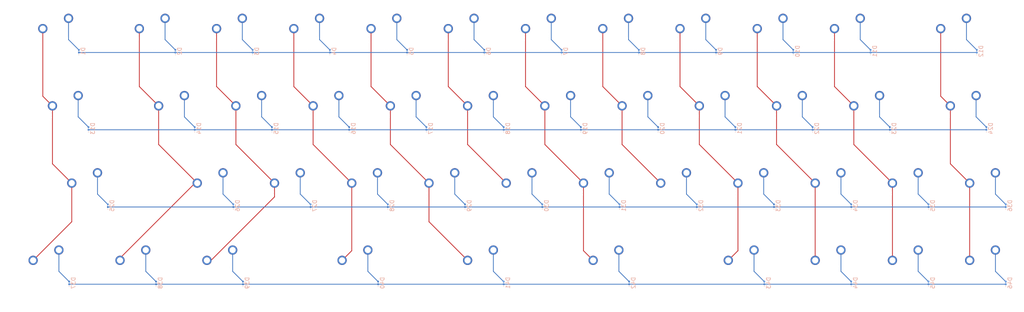
<source format=kicad_pcb>
(kicad_pcb (version 20241229) (generator "pcbnew") (generator_version "9.0")
  (layers (0 "F.Cu" signal) (2 "B.Cu" signal) (13 "F.Paste" user) (15 "B.Paste" user) (5 "F.SilkS" user "F.Silkscreen") (7 "B.SilkS" user "B.Silkscreen") (1 "F.Mask" user) (3 "B.Mask" user) (25 "Edge.Cuts" user))
  (net 0 "")
  (net 1 "Net-(D1-A)")
  (net 2 "ROW0")
  (net 3 "Net-(D2-A)")
  (net 4 "Net-(D3-A)")
  (net 5 "Net-(D4-A)")
  (net 6 "Net-(D5-A)")
  (net 7 "Net-(D6-A)")
  (net 8 "Net-(D7-A)")
  (net 9 "Net-(D8-A)")
  (net 10 "Net-(D9-A)")
  (net 11 "Net-(D10-A)")
  (net 12 "Net-(D11-A)")
  (net 13 "Net-(D12-A)")
  (net 14 "ROW1")
  (net 15 "Net-(D13-A)")
  (net 16 "Net-(D14-A)")
  (net 17 "Net-(D15-A)")
  (net 18 "Net-(D16-A)")
  (net 19 "Net-(D17-A)")
  (net 20 "Net-(D18-A)")
  (net 21 "Net-(D19-A)")
  (net 22 "Net-(D20-A)")
  (net 23 "Net-(D21-A)")
  (net 24 "Net-(D22-A)")
  (net 25 "Net-(D23-A)")
  (net 26 "ROW2")
  (net 27 "Net-(D24-A)")
  (net 28 "Net-(D25-A)")
  (net 29 "Net-(D26-A)")
  (net 30 "Net-(D27-A)")
  (net 31 "Net-(D28-A)")
  (net 32 "Net-(D29-A)")
  (net 33 "Net-(D30-A)")
  (net 34 "Net-(D31-A)")
  (net 35 "Net-(D32-A)")
  (net 36 "Net-(D33-A)")
  (net 37 "Net-(D34-A)")
  (net 38 "Net-(D35-A)")
  (net 39 "Net-(D36-A)")
  (net 40 "ROW3")
  (net 41 "Net-(D37-A)")
  (net 42 "Net-(D38-A)")
  (net 43 "Net-(D39-A)")
  (net 44 "Net-(D40-A)")
  (net 45 "Net-(D41-A)")
  (net 46 "Net-(D42-A)")
  (net 47 "Net-(D43-A)")
  (net 48 "Net-(D44-A)")
  (net 49 "Net-(D45-A)")
  (net 50 "Col0")
  (net 51 "COL1")
  (net 52 "COL2")
  (net 53 "COL3")
  (net 54 "COL4")
  (net 55 "COL5")
  (net 56 "COL6")
  (net 57 "COL7")
  (net 58 "COL8")
  (net 59 "COL9")
  (net 60 "COL10")
  (net 61 "COL11")
  (net 62 "Net-(D46-A)")
  (footprint "MX_Solderable:MX-Solderable-1.5U" (layer "F.Cu") (at 261.9375 57.15)
    (property "Reference" "SW24")
    (property "Value" "SW_Push")
  )
  (footprint "MX_Solderable:MX-Solderable-1U" (layer "F.Cu") (at 228.6 76.2)
    (property "Reference" "SW34")
    (property "Value" "SW_Push")
  )
  (footprint "MX_Solderable:MX-Solderable-1U" (layer "F.Cu") (at 219.075 57.15)
    (property "Reference" "SW22")
    (property "Value" "SW_Push")
  )
  (footprint "MX_Solderable:MX-Solderable-1.75U" (layer "F.Cu") (at 259.55625 38.1)
    (property "Reference" "SW12")
    (property "Value" "SW_Push")
  )
  (footprint "MX_Solderable:MX-Solderable-2.25U" (layer "F.Cu") (at 45.24375 76.2)
    (property "Reference" "SW25")
    (property "Value" "SW_Push")
  )
  (footprint "MX_Solderable:MX-Solderable-1.75U" (layer "F.Cu") (at 40.48125 57.15)
    (property "Reference" "SW13")
    (property "Value" "SW_Push")
  )
  (footprint "MX_Solderable:MX-Solderable-1U" (layer "F.Cu") (at 142.875 95.25)
    (property "Reference" "SW41")
    (property "Value" "SW_Push")
  )
  (footprint "MX_Solderable:MX-Solderable-1U" (layer "F.Cu") (at 200.025 57.15)
    (property "Reference" "SW21")
    (property "Value" "SW_Push")
  )
  (footprint "MX_Solderable:MX-Solderable-1U" (layer "F.Cu") (at 95.25 76.2)
    (property "Reference" "SW27")
    (property "Value" "SW_Push")
  )
  (footprint "MX_Solderable:MX-Solderable-1U" (layer "F.Cu") (at 171.45 76.2)
    (property "Reference" "SW31")
    (property "Value" "SW_Push")
  )
  (footprint "MX_Solderable:MX-Solderable-1U" (layer "F.Cu") (at 233.3625 38.1)
    (property "Reference" "SW11")
    (property "Value" "SW_Push")
  )
  (footprint "MX_Solderable:MX-Solderable-1U" (layer "F.Cu") (at 228.6 95.25)
    (property "Reference" "SW44")
    (property "Value" "SW_Push")
  )
  (footprint "MX_Solderable:MX-Solderable-1U" (layer "F.Cu") (at 123.825 57.15)
    (property "Reference" "SW17")
    (property "Value" "SW_Push")
  )
  (footprint "MX_Solderable:MX-Solderable-1U" (layer "F.Cu") (at 66.675 57.15)
    (property "Reference" "SW14")
    (property "Value" "SW_Push")
  )
  (footprint "MX_Solderable:MX-Solderable-1U" (layer "F.Cu") (at 247.65 76.2)
    (property "Reference" "SW35")
    (property "Value" "SW_Push")
  )
  (footprint "MX_Solderable:MX-Solderable-1.25U" (layer "F.Cu") (at 207.16875 95.25)
    (property "Reference" "SW43")
    (property "Value" "SW_Push")
  )
  (footprint "MX_Solderable:MX-Solderable-1U" (layer "F.Cu") (at 57.15 95.25)
    (property "Reference" "SW38")
    (property "Value" "SW_Push")
  )
  (footprint "MX_Solderable:MX-Solderable-1U" (layer "F.Cu") (at 80.9625 38.1)
    (property "Reference" "SW3")
    (property "Value" "SW_Push")
  )
  (footprint "MX_Solderable:MX-Solderable-1.25U" (layer "F.Cu") (at 78.58125 95.25)
    (property "Reference" "SW39")
    (property "Value" "SW_Push")
  )
  (footprint "MX_Solderable:MX-Solderable-1U" (layer "F.Cu") (at 180.975 57.15)
    (property "Reference" "SW20")
    (property "Value" "SW_Push")
  )
  (footprint "MX_Solderable:MX-Solderable-1U" (layer "F.Cu") (at 161.925 57.15)
    (property "Reference" "SW19")
    (property "Value" "SW_Push")
  )
  (footprint "MX_Solderable:MX-Solderable-1U" (layer "F.Cu") (at 195.2625 38.1)
    (property "Reference" "SW9")
    (property "Value" "SW_Push")
  )
  (footprint "MX_Solderable:MX-Solderable-2.25U" (layer "F.Cu") (at 111.91875 95.25)
    (property "Reference" "SW40")
    (property "Value" "SW_Push")
  )
  (footprint "MX_Solderable:MX-Solderable-2.25U" (layer "F.Cu") (at 173.83125 95.25)
    (property "Reference" "SW42")
    (property "Value" "SW_Push")
  )
  (footprint "MX_Solderable:MX-Solderable-1U" (layer "F.Cu") (at 238.125 57.15)
    (property "Reference" "SW23")
    (property "Value" "SW_Push")
  )
  (footprint "MX_Solderable:MX-Solderable-1U" (layer "F.Cu") (at 266.7 95.25)
    (property "Reference" "SW46")
    (property "Value" "SW_Push")
  )
  (footprint "MX_Solderable:MX-Solderable-1U" (layer "F.Cu") (at 85.725 57.15)
    (property "Reference" "SW15")
    (property "Value" "SW_Push")
  )
  (footprint "MX_Solderable:MX-Solderable-1U" (layer "F.Cu") (at 119.0625 38.1)
    (property "Reference" "SW5")
    (property "Value" "SW_Push")
  )
  (footprint "MX_Solderable:MX-Solderable-1U" (layer "F.Cu") (at 209.55 76.2)
    (property "Reference" "SW33")
    (property "Value" "SW_Push")
  )
  (footprint "MX_Solderable:MX-Solderable-1U" (layer "F.Cu") (at 157.1625 38.1)
    (property "Reference" "SW7")
    (property "Value" "SW_Push")
  )
  (footprint "MX_Solderable:MX-Solderable-1U" (layer "F.Cu") (at 133.35 76.2)
    (property "Reference" "SW29")
    (property "Value" "SW_Push")
  )
  (footprint "MX_Solderable:MX-Solderable-1U" (layer "F.Cu") (at 100.0125 38.1)
    (property "Reference" "SW4")
    (property "Value" "SW_Push")
  )
  (footprint "MX_Solderable:MX-Solderable-1U" (layer "F.Cu") (at 142.875 57.15)
    (property "Reference" "SW18")
    (property "Value" "SW_Push")
  )
  (footprint "MX_Solderable:MX-Solderable-1U" (layer "F.Cu") (at 214.3125 38.1)
    (property "Reference" "SW10")
    (property "Value" "SW_Push")
  )
  (footprint "MX_Solderable:MX-Solderable-1U" (layer "F.Cu") (at 190.5 76.2)
    (property "Reference" "SW32")
    (property "Value" "SW_Push")
  )
  (footprint "MX_Solderable:MX-Solderable-1.25U" (layer "F.Cu") (at 35.71875 95.25)
    (property "Reference" "SW37")
    (property "Value" "SW_Push")
  )
  (footprint "MX_Solderable:MX-Solderable-1U" (layer "F.Cu") (at 114.3 76.2)
    (property "Reference" "SW28")
    (property "Value" "SW_Push")
  )
  (footprint "MX_Solderable:MX-Solderable-1U" (layer "F.Cu") (at 104.775 57.15)
    (property "Reference" "SW16")
    (property "Value" "SW_Push")
  )
  (footprint "MX_Solderable:MX-Solderable-1U" (layer "F.Cu") (at 138.1125 38.1)
    (property "Reference" "SW6")
    (property "Value" "SW_Push")
  )
  (footprint "MX_Solderable:MX-Solderable-1U" (layer "F.Cu") (at 61.9125 38.1)
    (property "Reference" "SW2")
    (property "Value" "SW_Push")
  )
  (footprint "MX_Solderable:MX-Solderable-1.5U" (layer "F.Cu") (at 38.1 38.1)
    (property "Reference" "SW1")
    (property "Value" "SW_Push")
  )
  (footprint "MX_Solderable:MX-Solderable-1U" (layer "F.Cu") (at 247.65 95.25)
    (property "Reference" "SW45")
    (property "Value" "SW_Push")
  )
  (footprint "MX_Solderable:MX-Solderable-1U" (layer "F.Cu") (at 176.2125 38.1)
    (property "Reference" "SW8")
    (property "Value" "SW_Push")
  )
  (footprint "MX_Solderable:MX-Solderable-1U" (layer "F.Cu") (at 152.4 76.2)
    (property "Reference" "SW30")
    (property "Value" "SW_Push")
  )
  (footprint "MX_Solderable:MX-Solderable-1U" (layer "F.Cu") (at 76.2 76.2)
    (property "Reference" "SW26")
    (property "Value" "SW_Push")
  )
  (footprint "MX_Solderable:MX-Solderable-1U" (layer "F.Cu") (at 266.7 76.2)
    (property "Reference" "SW36")
    (property "Value" "SW_Push")
  )
  (footprint "Diode_SMD:D_0201_0603Metric" (layer "B.Cu") (at 181.2925 41.13 90)
    (property "Reference" "D8")
    (property "Value" "D")
  )
  (footprint "Diode_SMD:D_0201_0603Metric" (layer "B.Cu") (at 50.32375 79.23 90)
    (property "Reference" "D25")
    (property "Value" "D")
  )
  (footprint "Diode_SMD:D_0201_0603Metric" (layer "B.Cu") (at 71.755 60.18 90)
    (property "Reference" "D14")
    (property "Value" "D")
  )
  (footprint "Diode_SMD:D_0201_0603Metric" (layer "B.Cu") (at 186.055 60.18 90)
    (property "Reference" "D20")
    (property "Value" "D")
  )
  (footprint "Diode_SMD:D_0201_0603Metric" (layer "B.Cu") (at 238.4425 41.13 90)
    (property "Reference" "D11")
    (property "Value" "D")
  )
  (footprint "Diode_SMD:D_0201_0603Metric" (layer "B.Cu") (at 90.805 60.18 90)
    (property "Reference" "D15")
    (property "Value" "D")
  )
  (footprint "Diode_SMD:D_0201_0603Metric" (layer "B.Cu") (at 81.28 79.23 90)
    (property "Reference" "D26")
    (property "Value" "D")
  )
  (footprint "Diode_SMD:D_0201_0603Metric" (layer "B.Cu") (at 243.205 60.18 90)
    (property "Reference" "D23")
    (property "Value" "D")
  )
  (footprint "Diode_SMD:D_0201_0603Metric" (layer "B.Cu") (at 45.56125 60.18 90)
    (property "Reference" "D13")
    (property "Value" "D")
  )
  (footprint "Diode_SMD:D_0201_0603Metric" (layer "B.Cu") (at 224.155 60.18 90)
    (property "Reference" "D22")
    (property "Value" "D")
  )
  (footprint "Diode_SMD:D_0201_0603Metric" (layer "B.Cu") (at 271.78 79.23 90)
    (property "Reference" "D36")
    (property "Value" "D")
  )
  (footprint "Diode_SMD:D_0201_0603Metric" (layer "B.Cu") (at 233.68 98.28 90)
    (property "Reference" "D44")
    (property "Value" "D")
  )
  (footprint "Diode_SMD:D_0201_0603Metric" (layer "B.Cu") (at 178.91125 98.28 90)
    (property "Reference" "D42")
    (property "Value" "D")
  )
  (footprint "Diode_SMD:D_0201_0603Metric" (layer "B.Cu") (at 119.38 79.23 90)
    (property "Reference" "D28")
    (property "Value" "D")
  )
  (footprint "Diode_SMD:D_0201_0603Metric" (layer "B.Cu") (at 157.48 79.23 90)
    (property "Reference" "D30")
    (property "Value" "D")
  )
  (footprint "Diode_SMD:D_0201_0603Metric" (layer "B.Cu") (at 83.66125 98.28 90)
    (property "Reference" "D39")
    (property "Value" "D")
  )
  (footprint "Diode_SMD:D_0201_0603Metric" (layer "B.Cu") (at 233.68 79.23 90)
    (property "Reference" "D34")
    (property "Value" "D")
  )
  (footprint "Diode_SMD:D_0201_0603Metric" (layer "B.Cu") (at 40.79875 98.28 90)
    (property "Reference" "D37")
    (property "Value" "D")
  )
  (footprint "Diode_SMD:D_0201_0603Metric" (layer "B.Cu") (at 162.2425 41.13 90)
    (property "Reference" "D7")
    (property "Value" "D")
  )
  (footprint "Diode_SMD:D_0201_0603Metric" (layer "B.Cu") (at 267.0175 60.18 90)
    (property "Reference" "D24")
    (property "Value" "D")
  )
  (footprint "Diode_SMD:D_0201_0603Metric" (layer "B.Cu") (at 167.005 60.18 90)
    (property "Reference" "D19")
    (property "Value" "D")
  )
  (footprint "Diode_SMD:D_0201_0603Metric" (layer "B.Cu") (at 252.73 79.23 90)
    (property "Reference" "D35")
    (property "Value" "D")
  )
  (footprint "Diode_SMD:D_0201_0603Metric" (layer "B.Cu") (at 176.53 79.23 90)
    (property "Reference" "D31")
    (property "Value" "D")
  )
  (footprint "Diode_SMD:D_0201_0603Metric" (layer "B.Cu") (at 105.0925 41.13 90)
    (property "Reference" "D4")
    (property "Value" "D")
  )
  (footprint "Diode_SMD:D_0201_0603Metric" (layer "B.Cu") (at 128.905 60.18 90)
    (property "Reference" "D17")
    (property "Value" "D")
  )
  (footprint "Diode_SMD:D_0201_0603Metric" (layer "B.Cu") (at 219.3925 41.13 90)
    (property "Reference" "D10")
    (property "Value" "D")
  )
  (footprint "Diode_SMD:D_0201_0603Metric" (layer "B.Cu") (at 109.855 60.18 90)
    (property "Reference" "D16")
    (property "Value" "D")
  )
  (footprint "Diode_SMD:D_0201_0603Metric" (layer "B.Cu") (at 252.73 98.28 90)
    (property "Reference" "D45")
    (property "Value" "D")
  )
  (footprint "Diode_SMD:D_0201_0603Metric" (layer "B.Cu") (at 116.99875 98.28 90)
    (property "Reference" "D40")
    (property "Value" "D")
  )
  (footprint "Diode_SMD:D_0201_0603Metric" (layer "B.Cu") (at 195.58 79.23 90)
    (property "Reference" "D32")
    (property "Value" "D")
  )
  (footprint "Diode_SMD:D_0201_0603Metric" (layer "B.Cu") (at 271.78 98.28 90)
    (property "Reference" "D46")
    (property "Value" "D")
  )
  (footprint "Diode_SMD:D_0201_0603Metric" (layer "B.Cu") (at 143.1925 41.13 90)
    (property "Reference" "D6")
    (property "Value" "D")
  )
  (footprint "Diode_SMD:D_0201_0603Metric" (layer "B.Cu") (at 100.33 79.23 90)
    (property "Reference" "D27")
    (property "Value" "D")
  )
  (footprint "Diode_SMD:D_0201_0603Metric" (layer "B.Cu") (at 138.43 79.23 90)
    (property "Reference" "D29")
    (property "Value" "D")
  )
  (footprint "Diode_SMD:D_0201_0603Metric" (layer "B.Cu") (at 124.1425 41.13 90)
    (property "Reference" "D5")
    (property "Value" "D")
  )
  (footprint "Diode_SMD:D_0201_0603Metric" (layer "B.Cu") (at 212.24875 98.28 90)
    (property "Reference" "D43")
    (property "Value" "D")
  )
  (footprint "Diode_SMD:D_0201_0603Metric" (layer "B.Cu") (at 147.955 60.18 90)
    (property "Reference" "D18")
    (property "Value" "D")
  )
  (footprint "Diode_SMD:D_0201_0603Metric" (layer "B.Cu") (at 66.9925 41.13 90)
    (property "Reference" "D2")
    (property "Value" "D")
  )
  (footprint "Diode_SMD:D_0201_0603Metric" (layer "B.Cu") (at 147.955 98.28 90)
    (property "Reference" "D41")
    (property "Value" "D")
  )
  (footprint "Diode_SMD:D_0201_0603Metric" (layer "B.Cu") (at 62.23 98.28 90)
    (property "Reference" "D38")
    (property "Value" "D")
  )
  (footprint "Diode_SMD:D_0201_0603Metric" (layer "B.Cu") (at 200.3425 41.13 90)
    (property "Reference" "D9")
    (property "Value" "D")
  )
  (footprint "Diode_SMD:D_0201_0603Metric" (layer "B.Cu") (at 214.63 79.23 90)
    (property "Reference" "D33")
    (property "Value" "D")
  )
  (footprint "Diode_SMD:D_0201_0603Metric" (layer "B.Cu") (at 264.63625 41.13 90)
    (property "Reference" "D12")
    (property "Value" "D")
  )
  (footprint "Diode_SMD:D_0201_0603Metric" (layer "B.Cu") (at 43.18 41.13 90)
    (property "Reference" "D1")
    (property "Value" "D")
  )
  (footprint "Diode_SMD:D_0201_0603Metric" (layer "B.Cu") (at 86.0425 41.13 90)
    (property "Reference" "D3")
    (property "Value" "D")
  )
  (footprint "Diode_SMD:D_0201_0603Metric" (layer "B.Cu") (at 205.105 60.18 90)
    (property "Reference" "D21")
    (property "Value" "D")
  )
  (segment (start 40.64 38.27) (end 43.18 40.81) (width 0.2) (layer "B.Cu") (net 1))
  (segment (start 40.64 33.02) (end 40.64 38.27) (width 0.2) (layer "B.Cu") (net 1))
  (segment (start 219.3925 41.45) (end 238.4425 41.45) (width 0.2) (layer "B.Cu") (net 2))
  (segment (start 143.1925 41.45) (end 162.2425 41.45) (width 0.2) (layer "B.Cu") (net 2))
  (segment (start 238.4425 41.45) (end 264.63625 41.45) (width 0.2) (layer "B.Cu") (net 2))
  (segment (start 124.1425 41.45) (end 143.1925 41.45) (width 0.2) (layer "B.Cu") (net 2))
  (segment (start 105.0925 41.45) (end 124.1425 41.45) (width 0.2) (layer "B.Cu") (net 2))
  (segment (start 43.18 41.45) (end 66.9925 41.45) (width 0.2) (layer "B.Cu") (net 2))
  (segment (start 181.2925 41.45) (end 200.3425 41.45) (width 0.2) (layer "B.Cu") (net 2))
  (segment (start 86.0425 41.45) (end 105.0925 41.45) (width 0.2) (layer "B.Cu") (net 2))
  (segment (start 162.2425 41.45) (end 181.2925 41.45) (width 0.2) (layer "B.Cu") (net 2))
  (segment (start 66.9925 41.45) (end 86.0425 41.45) (width 0.2) (layer "B.Cu") (net 2))
  (segment (start 200.3425 41.45) (end 219.3925 41.45) (width 0.2) (layer "B.Cu") (net 2))
  (segment (start 64.4525 38.27) (end 66.9925 40.81) (width 0.2) (layer "B.Cu") (net 3))
  (segment (start 64.4525 33.02) (end 64.4525 38.27) (width 0.2) (layer "B.Cu") (net 3))
  (segment (start 83.5025 33.02) (end 83.5025 38.27) (width 0.2) (layer "B.Cu") (net 4))
  (segment (start 83.5025 38.27) (end 86.0425 40.81) (width 0.2) (layer "B.Cu") (net 4))
  (segment (start 102.5525 33.02) (end 102.5525 38.27) (width 0.2) (layer "B.Cu") (net 5))
  (segment (start 102.5525 38.27) (end 105.0925 40.81) (width 0.2) (layer "B.Cu") (net 5))
  (segment (start 121.6025 33.02) (end 121.6025 38.27) (width 0.2) (layer "B.Cu") (net 6))
  (segment (start 121.6025 38.27) (end 124.1425 40.81) (width 0.2) (layer "B.Cu") (net 6))
  (segment (start 140.6525 33.02) (end 140.6525 38.27) (width 0.2) (layer "B.Cu") (net 7))
  (segment (start 140.6525 38.27) (end 143.1925 40.81) (width 0.2) (layer "B.Cu") (net 7))
  (segment (start 159.7025 33.02) (end 159.7025 38.27) (width 0.2) (layer "B.Cu") (net 8))
  (segment (start 159.7025 38.27) (end 162.2425 40.81) (width 0.2) (layer "B.Cu") (net 8))
  (segment (start 178.7525 38.27) (end 181.2925 40.81) (width 0.2) (layer "B.Cu") (net 9))
  (segment (start 178.7525 33.02) (end 178.7525 38.27) (width 0.2) (layer "B.Cu") (net 9))
  (segment (start 197.8025 33.02) (end 197.8025 38.27) (width 0.2) (layer "B.Cu") (net 10))
  (segment (start 197.8025 38.27) (end 200.3425 40.81) (width 0.2) (layer "B.Cu") (net 10))
  (segment (start 216.8525 38.27) (end 219.3925 40.81) (width 0.2) (layer "B.Cu") (net 11))
  (segment (start 216.8525 33.02) (end 216.8525 38.27) (width 0.2) (layer "B.Cu") (net 11))
  (segment (start 235.9025 33.02) (end 235.9025 38.27) (width 0.2) (layer "B.Cu") (net 12))
  (segment (start 235.9025 38.27) (end 238.4425 40.81) (width 0.2) (layer "B.Cu") (net 12))
  (segment (start 262.09625 33.02) (end 262.09625 38.27) (width 0.2) (layer "B.Cu") (net 13))
  (segment (start 262.09625 38.27) (end 264.63625 40.81) (width 0.2) (layer "B.Cu") (net 13))
  (segment (start 224.155 60.5) (end 243.205 60.5) (width 0.2) (layer "B.Cu") (net 14))
  (segment (start 90.805 60.5) (end 109.855 60.5) (width 0.2) (layer "B.Cu") (net 14))
  (segment (start 147.955 60.5) (end 167.005 60.5) (width 0.2) (layer "B.Cu") (net 14))
  (segment (start 243.205 60.5) (end 267.0175 60.5) (width 0.2) (layer "B.Cu") (net 14))
  (segment (start 167.005 60.5) (end 186.055 60.5) (width 0.2) (layer "B.Cu") (net 14))
  (segment (start 45.56125 60.5) (end 71.755 60.5) (width 0.2) (layer "B.Cu") (net 14))
  (segment (start 128.905 60.5) (end 147.955 60.5) (width 0.2) (layer "B.Cu") (net 14))
  (segment (start 186.055 60.5) (end 205.105 60.5) (width 0.2) (layer "B.Cu") (net 14))
  (segment (start 71.755 60.5) (end 90.805 60.5) (width 0.2) (layer "B.Cu") (net 14))
  (segment (start 205.105 60.5) (end 224.155 60.5) (width 0.2) (layer "B.Cu") (net 14))
  (segment (start 109.855 60.5) (end 128.905 60.5) (width 0.2) (layer "B.Cu") (net 14))
  (segment (start 43.02125 52.07) (end 43.02125 57.32) (width 0.2) (layer "B.Cu") (net 15))
  (segment (start 43.02125 57.32) (end 45.56125 59.86) (width 0.2) (layer "B.Cu") (net 15))
  (segment (start 69.215 57.32) (end 71.755 59.86) (width 0.2) (layer "B.Cu") (net 16))
  (segment (start 69.215 52.07) (end 69.215 57.32) (width 0.2) (layer "B.Cu") (net 16))
  (segment (start 88.265 52.07) (end 88.265 57.32) (width 0.2) (layer "B.Cu") (net 17))
  (segment (start 88.265 57.32) (end 90.805 59.86) (width 0.2) (layer "B.Cu") (net 17))
  (segment (start 107.315 52.07) (end 107.315 57.32) (width 0.2) (layer "B.Cu") (net 18))
  (segment (start 107.315 57.32) (end 109.855 59.86) (width 0.2) (layer "B.Cu") (net 18))
  (segment (start 126.365 52.07) (end 126.365 57.32) (width 0.2) (layer "B.Cu") (net 19))
  (segment (start 126.365 57.32) (end 128.905 59.86) (width 0.2) (layer "B.Cu") (net 19))
  (segment (start 145.415 52.07) (end 145.415 57.32) (width 0.2) (layer "B.Cu") (net 20))
  (segment (start 145.415 57.32) (end 147.955 59.86) (width 0.2) (layer "B.Cu") (net 20))
  (segment (start 164.465 57.32) (end 167.005 59.86) (width 0.2) (layer "B.Cu") (net 21))
  (segment (start 164.465 52.07) (end 164.465 57.32) (width 0.2) (layer "B.Cu") (net 21))
  (segment (start 183.515 57.32) (end 186.055 59.86) (width 0.2) (layer "B.Cu") (net 22))
  (segment (start 183.515 52.07) (end 183.515 57.32) (width 0.2) (layer "B.Cu") (net 22))
  (segment (start 202.565 57.32) (end 205.105 59.86) (width 0.2) (layer "B.Cu") (net 23))
  (segment (start 202.565 52.07) (end 202.565 57.32) (width 0.2) (layer "B.Cu") (net 23))
  (segment (start 221.615 57.32) (end 224.155 59.86) (width 0.2) (layer "B.Cu") (net 24))
  (segment (start 221.615 52.07) (end 221.615 57.32) (width 0.2) (layer "B.Cu") (net 24))
  (segment (start 240.665 57.32) (end 243.205 59.86) (width 0.2) (layer "B.Cu") (net 25))
  (segment (start 240.665 52.07) (end 240.665 57.32) (width 0.2) (layer "B.Cu") (net 25))
  (segment (start 176.53 79.55) (end 195.58 79.55) (width 0.2) (layer "B.Cu") (net 26))
  (segment (start 157.48 79.55) (end 176.53 79.55) (width 0.2) (layer "B.Cu") (net 26))
  (segment (start 100.33 79.55) (end 119.38 79.55) (width 0.2) (layer "B.Cu") (net 26))
  (segment (start 50.32375 79.55) (end 81.28 79.55) (width 0.2) (layer "B.Cu") (net 26))
  (segment (start 214.63 79.55) (end 233.68 79.55) (width 0.2) (layer "B.Cu") (net 26))
  (segment (start 233.68 79.55) (end 252.73 79.55) (width 0.2) (layer "B.Cu") (net 26))
  (segment (start 252.73 79.55) (end 271.78 79.55) (width 0.2) (layer "B.Cu") (net 26))
  (segment (start 81.28 79.55) (end 100.33 79.55) (width 0.2) (layer "B.Cu") (net 26))
  (segment (start 195.58 79.55) (end 214.63 79.55) (width 0.2) (layer "B.Cu") (net 26))
  (segment (start 138.43 79.55) (end 157.48 79.55) (width 0.2) (layer "B.Cu") (net 26))
  (segment (start 119.38 79.55) (end 138.43 79.55) (width 0.2) (layer "B.Cu") (net 26))
  (segment (start 264.4775 57.32) (end 267.0175 59.86) (width 0.2) (layer "B.Cu") (net 27))
  (segment (start 264.4775 52.07) (end 264.4775 57.32) (width 0.2) (layer "B.Cu") (net 27))
  (segment (start 47.78375 71.12) (end 47.78375 76.37) (width 0.2) (layer "B.Cu") (net 28))
  (segment (start 47.78375 76.37) (end 50.32375 78.91) (width 0.2) (layer "B.Cu") (net 28))
  (segment (start 78.74 76.37) (end 81.28 78.91) (width 0.2) (layer "B.Cu") (net 29))
  (segment (start 78.74 71.12) (end 78.74 76.37) (width 0.2) (layer "B.Cu") (net 29))
  (segment (start 97.79 71.12) (end 97.79 76.37) (width 0.2) (layer "B.Cu") (net 30))
  (segment (start 97.79 76.37) (end 100.33 78.91) (width 0.2) (layer "B.Cu") (net 30))
  (segment (start 116.84 71.12) (end 116.84 76.37) (width 0.2) (layer "B.Cu") (net 31))
  (segment (start 116.84 76.37) (end 119.38 78.91) (width 0.2) (layer "B.Cu") (net 31))
  (segment (start 135.89 76.37) (end 138.43 78.91) (width 0.2) (layer "B.Cu") (net 32))
  (segment (start 135.89 71.12) (end 135.89 76.37) (width 0.2) (layer "B.Cu") (net 32))
  (segment (start 154.94 76.37) (end 157.48 78.91) (width 0.2) (layer "B.Cu") (net 33))
  (segment (start 154.94 71.12) (end 154.94 76.37) (width 0.2) (layer "B.Cu") (net 33))
  (segment (start 173.99 71.12) (end 173.99 76.37) (width 0.2) (layer "B.Cu") (net 34))
  (segment (start 173.99 76.37) (end 176.53 78.91) (width 0.2) (layer "B.Cu") (net 34))
  (segment (start 193.04 71.12) (end 193.04 76.37) (width 0.2) (layer "B.Cu") (net 35))
  (segment (start 193.04 76.37) (end 195.58 78.91) (width 0.2) (layer "B.Cu") (net 35))
  (segment (start 212.09 76.37) (end 214.63 78.91) (width 0.2) (layer "B.Cu") (net 36))
  (segment (start 212.09 71.12) (end 212.09 76.37) (width 0.2) (layer "B.Cu") (net 36))
  (segment (start 231.14 71.12) (end 231.14 76.37) (width 0.2) (layer "B.Cu") (net 37))
  (segment (start 231.14 76.37) (end 233.68 78.91) (width 0.2) (layer "B.Cu") (net 37))
  (segment (start 250.19 76.37) (end 252.73 78.91) (width 0.2) (layer "B.Cu") (net 38))
  (segment (start 250.19 71.12) (end 250.19 76.37) (width 0.2) (layer "B.Cu") (net 38))
  (segment (start 269.24 76.37) (end 271.78 78.91) (width 0.2) (layer "B.Cu") (net 39))
  (segment (start 269.24 71.12) (end 269.24 76.37) (width 0.2) (layer "B.Cu") (net 39))
  (segment (start 83.66125 98.6) (end 116.99875 98.6) (width 0.2) (layer "B.Cu") (net 40))
  (segment (start 178.91125 98.6) (end 212.24875 98.6) (width 0.2) (layer "B.Cu") (net 40))
  (segment (start 116.99875 98.6) (end 147.955 98.6) (width 0.2) (layer "B.Cu") (net 40))
  (segment (start 233.68 98.6) (end 252.73 98.6) (width 0.2) (layer "B.Cu") (net 40))
  (segment (start 40.79875 98.6) (end 62.23 98.6) (width 0.2) (layer "B.Cu") (net 40))
  (segment (start 252.73 98.6) (end 271.78 98.6) (width 0.2) (layer "B.Cu") (net 40))
  (segment (start 62.23 98.6) (end 83.66125 98.6) (width 0.2) (layer "B.Cu") (net 40))
  (segment (start 147.955 98.6) (end 178.91125 98.6) (width 0.2) (layer "B.Cu") (net 40))
  (segment (start 212.24875 98.6) (end 233.68 98.6) (width 0.2) (layer "B.Cu") (net 40))
  (segment (start 38.25875 95.42) (end 40.79875 97.96) (width 0.2) (layer "B.Cu") (net 41))
  (segment (start 38.25875 90.17) (end 38.25875 95.42) (width 0.2) (layer "B.Cu") (net 41))
  (segment (start 59.69 90.17) (end 59.69 95.42) (width 0.2) (layer "B.Cu") (net 42))
  (segment (start 59.69 95.42) (end 62.23 97.96) (width 0.2) (layer "B.Cu") (net 42))
  (segment (start 81.12125 90.17) (end 81.12125 95.42) (width 0.2) (layer "B.Cu") (net 43))
  (segment (start 81.12125 95.42) (end 83.66125 97.96) (width 0.2) (layer "B.Cu") (net 43))
  (segment (start 114.45875 90.17) (end 114.45875 95.42) (width 0.2) (layer "B.Cu") (net 44))
  (segment (start 114.45875 95.42) (end 116.99875 97.96) (width 0.2) (layer "B.Cu") (net 44))
  (segment (start 145.415 90.17) (end 145.415 95.42) (width 0.2) (layer "B.Cu") (net 45))
  (segment (start 145.415 95.42) (end 147.955 97.96) (width 0.2) (layer "B.Cu") (net 45))
  (segment (start 176.37125 90.17) (end 176.37125 95.42) (width 0.2) (layer "B.Cu") (net 46))
  (segment (start 176.37125 95.42) (end 178.91125 97.96) (width 0.2) (layer "B.Cu") (net 46))
  (segment (start 209.70875 90.17) (end 209.70875 95.42) (width 0.2) (layer "B.Cu") (net 47))
  (segment (start 209.70875 95.42) (end 212.24875 97.96) (width 0.2) (layer "B.Cu") (net 47))
  (segment (start 231.14 95.42) (end 233.68 97.96) (width 0.2) (layer "B.Cu") (net 48))
  (segment (start 231.14 90.17) (end 231.14 95.42) (width 0.2) (layer "B.Cu") (net 48))
  (segment (start 250.19 90.17) (end 250.19 95.42) (width 0.2) (layer "B.Cu") (net 49))
  (segment (start 250.19 95.42) (end 252.73 97.96) (width 0.2) (layer "B.Cu") (net 49))
  (segment (start 31.90875 92.71) (end 41.43375 83.185) (width 0.2) (layer "F.Cu") (net 50))
  (segment (start 41.43375 73.66) (end 36.67125 68.8975) (width 0.2) (layer "F.Cu") (net 50))
  (segment (start 41.43375 83.185) (end 41.43375 73.66) (width 0.2) (layer "F.Cu") (net 50))
  (segment (start 34.29 52.22875) (end 34.29 35.56) (width 0.2) (layer "F.Cu") (net 50))
  (segment (start 36.67125 68.8975) (end 36.67125 54.61) (width 0.2) (layer "F.Cu") (net 50))
  (segment (start 36.67125 54.61) (end 34.29 52.22875) (width 0.2) (layer "F.Cu") (net 50))
  (segment (start 72.39 73.66) (end 71.84 73.66) (width 0.2) (layer "F.Cu") (net 51))
  (segment (start 72.39 73.66) (end 62.865 64.135) (width 0.2) (layer "F.Cu") (net 51))
  (segment (start 71.84 73.66) (end 53.34 92.16) (width 0.2) (layer "F.Cu") (net 51))
  (segment (start 62.865 54.61) (end 58.1025 49.8475) (width 0.2) (layer "F.Cu") (net 51))
  (segment (start 58.1025 49.8475) (end 58.1025 35.56) (width 0.2) (layer "F.Cu") (net 51))
  (segment (start 53.34 92.16) (end 53.34 92.71) (width 0.2) (layer "F.Cu") (net 51))
  (segment (start 62.865 64.135) (end 62.865 54.61) (width 0.2) (layer "F.Cu") (net 51))
  (segment (start 91.44 77.06) (end 75.79 92.71) (width 0.2) (layer "F.Cu") (net 52))
  (segment (start 81.915 64.135) (end 81.915 54.61) (width 0.2) (layer "F.Cu") (net 52))
  (segment (start 75.79 92.71) (end 74.77125 92.71) (width 0.2) (layer "F.Cu") (net 52))
  (segment (start 77.1525 49.8475) (end 77.1525 35.56) (width 0.2) (layer "F.Cu") (net 52))
  (segment (start 91.44 73.66) (end 91.44 77.06) (width 0.2) (layer "F.Cu") (net 52))
  (segment (start 81.915 54.61) (end 77.1525 49.8475) (width 0.2) (layer "F.Cu") (net 52))
  (segment (start 91.44 73.66) (end 81.915 64.135) (width 0.2) (layer "F.Cu") (net 52))
  (segment (start 96.2025 35.56) (end 96.2025 49.8475) (width 0.2) (layer "F.Cu") (net 53))
  (segment (start 96.2025 49.8475) (end 100.965 54.61) (width 0.2) (layer "F.Cu") (net 53))
  (segment (start 110.49 73.66) (end 110.49 90.32875) (width 0.2) (layer "F.Cu") (net 53))
  (segment (start 100.965 54.61) (end 100.965 64.135) (width 0.2) (layer "F.Cu") (net 53))
  (segment (start 100.965 64.135) (end 110.49 73.66) (width 0.2) (layer "F.Cu") (net 53))
  (segment (start 110.49 90.32875) (end 108.10875 92.71) (width 0.2) (layer "F.Cu") (net 53))
  (segment (start 115.2525 49.8475) (end 120.015 54.61) (width 0.2) (layer "F.Cu") (net 54))
  (segment (start 120.015 64.135) (end 129.54 73.66) (width 0.2) (layer "F.Cu") (net 54))
  (segment (start 115.2525 35.56) (end 115.2525 49.8475) (width 0.2) (layer "F.Cu") (net 54))
  (segment (start 120.015 54.61) (end 120.015 64.135) (width 0.2) (layer "F.Cu") (net 54))
  (segment (start 129.54 73.66) (end 129.54 83.185) (width 0.2) (layer "F.Cu") (net 54))
  (segment (start 129.54 83.185) (end 139.065 92.71) (width 0.2) (layer "F.Cu") (net 54))
  (segment (start 134.3025 49.8475) (end 139.065 54.61) (width 0.2) (layer "F.Cu") (net 55))
  (segment (start 134.3025 35.56) (end 134.3025 49.8475) (width 0.2) (layer "F.Cu") (net 55))
  (segment (start 139.065 64.135) (end 148.59 73.66) (width 0.2) (layer "F.Cu") (net 55))
  (segment (start 139.065 54.61) (end 139.065 64.135) (width 0.2) (layer "F.Cu") (net 55))
  (segment (start 158.115 64.135) (end 167.64 73.66) (width 0.2) (layer "F.Cu") (net 56))
  (segment (start 158.115 54.61) (end 158.115 64.135) (width 0.2) (layer "F.Cu") (net 56))
  (segment (start 153.3525 49.8475) (end 158.115 54.61) (width 0.2) (layer "F.Cu") (net 56))
  (segment (start 153.3525 35.56) (end 153.3525 49.8475) (width 0.2) (layer "F.Cu") (net 56))
  (segment (start 167.64 73.66) (end 167.64 90.32875) (width 0.2) (layer "F.Cu") (net 56))
  (segment (start 167.64 90.32875) (end 170.02125 92.71) (width 0.2) (layer "F.Cu") (net 56))
  (segment (start 177.165 64.135) (end 186.69 73.66) (width 0.2) (layer "F.Cu") (net 57))
  (segment (start 172.4025 35.56) (end 172.4025 49.8475) (width 0.2) (layer "F.Cu") (net 57))
  (segment (start 177.165 54.61) (end 177.165 64.135) (width 0.2) (layer "F.Cu") (net 57))
  (segment (start 172.4025 49.8475) (end 177.165 54.61) (width 0.2) (layer "F.Cu") (net 57))
  (segment (start 196.215 54.61) (end 196.215 64.135) (width 0.2) (layer "F.Cu") (net 58))
  (segment (start 205.74 73.66) (end 205.74 90.32875) (width 0.2) (layer "F.Cu") (net 58))
  (segment (start 191.4525 35.56) (end 191.4525 49.8475) (width 0.2) (layer "F.Cu") (net 58))
  (segment (start 191.4525 49.8475) (end 196.215 54.61) (width 0.2) (layer "F.Cu") (net 58))
  (segment (start 205.74 90.32875) (end 203.35875 92.71) (width 0.2) (layer "F.Cu") (net 58))
  (segment (start 196.215 64.135) (end 205.74 73.66) (width 0.2) (layer "F.Cu") (net 58))
  (segment (start 224.79 73.66) (end 224.79 92.71) (width 0.2) (layer "F.Cu") (net 59))
  (segment (start 215.265 64.135) (end 224.79 73.66) (width 0.2) (layer "F.Cu") (net 59))
  (segment (start 210.5025 49.8475) (end 215.265 54.61) (width 0.2) (layer "F.Cu") (net 59))
  (segment (start 215.265 54.61) (end 215.265 64.135) (width 0.2) (layer "F.Cu") (net 59))
  (segment (start 210.5025 35.56) (end 210.5025 49.8475) (width 0.2) (layer "F.Cu") (net 59))
  (segment (start 234.315 54.61) (end 234.315 64.135) (width 0.2) (layer "F.Cu") (net 60))
  (segment (start 243.84 73.66) (end 243.84 92.71) (width 0.2) (layer "F.Cu") (net 60))
  (segment (start 229.5525 35.56) (end 229.5525 49.8475) (width 0.2) (layer "F.Cu") (net 60))
  (segment (start 229.5525 49.8475) (end 234.315 54.61) (width 0.2) (layer "F.Cu") (net 60))
  (segment (start 234.315 64.135) (end 243.84 73.66) (width 0.2) (layer "F.Cu") (net 60))
  (segment (start 262.89 73.66) (end 262.89 92.71) (width 0.2) (layer "F.Cu") (net 61))
  (segment (start 255.74625 35.56) (end 255.74625 52.22875) (width 0.2) (layer "F.Cu") (net 61))
  (segment (start 258.1275 54.61) (end 258.1275 68.8975) (width 0.2) (layer "F.Cu") (net 61))
  (segment (start 258.1275 68.8975) (end 262.89 73.66) (width 0.2) (layer "F.Cu") (net 61))
  (segment (start 255.74625 52.22875) (end 258.1275 54.61) (width 0.2) (layer "F.Cu") (net 61))
  (segment (start 269.24 90.17) (end 269.24 95.42) (width 0.2) (layer "B.Cu") (net 62))
  (segment (start 269.24 95.42) (end 271.78 97.96) (width 0.2) (layer "B.Cu") (net 62))
)
</source>
